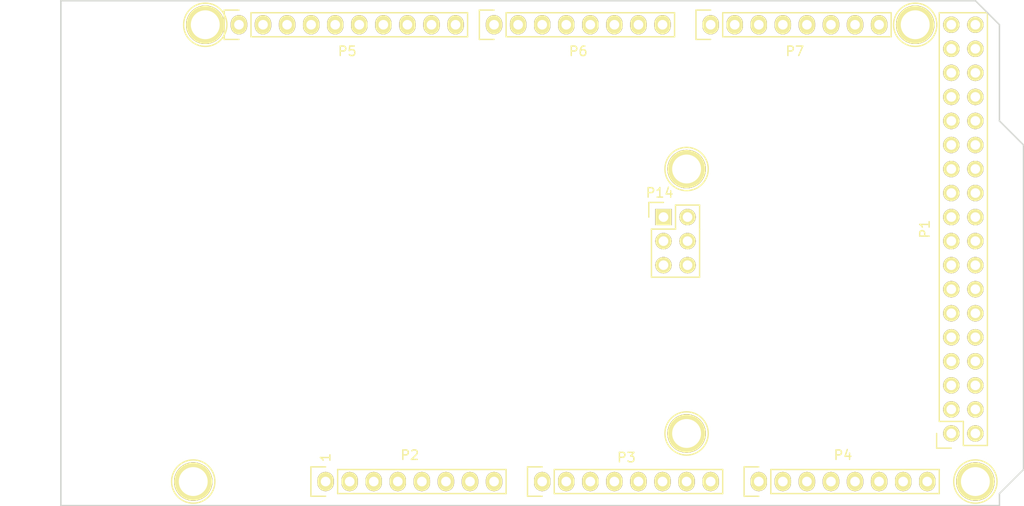
<source format=kicad_pcb>
(kicad_pcb (version 4) (host pcbnew 4.0.2-stable)

  (general
    (links 9)
    (no_connects 9)
    (area 103.302999 68.250999 205.053001 121.741001)
    (thickness 1.6)
    (drawings 27)
    (tracks 0)
    (zones 0)
    (modules 14)
    (nets 4)
  )

  (page A4)
  (title_block
    (date "mar. 31 mars 2015")
  )

  (layers
    (0 F.Cu signal)
    (31 B.Cu signal)
    (32 B.Adhes user)
    (33 F.Adhes user)
    (34 B.Paste user)
    (35 F.Paste user)
    (36 B.SilkS user)
    (37 F.SilkS user)
    (38 B.Mask user)
    (39 F.Mask user)
    (40 Dwgs.User user)
    (41 Cmts.User user)
    (42 Eco1.User user)
    (43 Eco2.User user)
    (44 Edge.Cuts user)
    (45 Margin user)
    (46 B.CrtYd user)
    (47 F.CrtYd user)
    (48 B.Fab user)
    (49 F.Fab user)
  )

  (setup
    (last_trace_width 0.25)
    (trace_clearance 0.2)
    (zone_clearance 0.508)
    (zone_45_only no)
    (trace_min 0.2)
    (segment_width 0.15)
    (edge_width 0.15)
    (via_size 0.6)
    (via_drill 0.4)
    (via_min_size 0.4)
    (via_min_drill 0.3)
    (uvia_size 0.3)
    (uvia_drill 0.1)
    (uvias_allowed no)
    (uvia_min_size 0.2)
    (uvia_min_drill 0.1)
    (pcb_text_width 0.3)
    (pcb_text_size 1.5 1.5)
    (mod_edge_width 0.15)
    (mod_text_size 1 1)
    (mod_text_width 0.15)
    (pad_size 4.064 4.064)
    (pad_drill 3.048)
    (pad_to_mask_clearance 0)
    (aux_axis_origin 103.378 121.666)
    (visible_elements 7FFEFFFF)
    (pcbplotparams
      (layerselection 0x00030_80000001)
      (usegerberextensions false)
      (excludeedgelayer true)
      (linewidth 0.100000)
      (plotframeref false)
      (viasonmask false)
      (mode 1)
      (useauxorigin false)
      (hpglpennumber 1)
      (hpglpenspeed 20)
      (hpglpendiameter 15)
      (hpglpenoverlay 2)
      (psnegative false)
      (psa4output false)
      (plotreference true)
      (plotvalue true)
      (plotinvisibletext false)
      (padsonsilk false)
      (subtractmaskfromsilk false)
      (outputformat 1)
      (mirror false)
      (drillshape 1)
      (scaleselection 1)
      (outputdirectory ""))
  )

  (net 0 "")
  (net 1 GND)
  (net 2 +5V)
  (net 3 /Reset)

  (net_class Default "This is the default net class."
    (clearance 0.2)
    (trace_width 0.25)
    (via_dia 0.6)
    (via_drill 0.4)
    (uvia_dia 0.3)
    (uvia_drill 0.1)
    (add_net +5V)
    (add_net /Reset)
    (add_net GND)
  )

  (module Socket_Arduino_Mega:Socket_Strip_Arduino_2x18 locked (layer F.Cu) (tedit 55216789) (tstamp 551AFCE5)
    (at 197.358 114.046 90)
    (descr "Through hole socket strip")
    (tags "socket strip")
    (path /5519A11D)
    (fp_text reference P1 (at 21.59 -2.794 90) (layer F.SilkS)
      (effects (font (size 1 1) (thickness 0.15)))
    )
    (fp_text value Digital (at 21.59 -4.572 90) (layer F.Fab)
      (effects (font (size 1 1) (thickness 0.15)))
    )
    (fp_line (start -1.75 -1.75) (end -1.75 4.3) (layer F.CrtYd) (width 0.05))
    (fp_line (start 44.95 -1.75) (end 44.95 4.3) (layer F.CrtYd) (width 0.05))
    (fp_line (start -1.75 -1.75) (end 44.95 -1.75) (layer F.CrtYd) (width 0.05))
    (fp_line (start -1.75 4.3) (end 44.95 4.3) (layer F.CrtYd) (width 0.05))
    (fp_line (start -1.27 3.81) (end 44.45 3.81) (layer F.SilkS) (width 0.15))
    (fp_line (start 44.45 -1.27) (end 1.27 -1.27) (layer F.SilkS) (width 0.15))
    (fp_line (start 44.45 3.81) (end 44.45 -1.27) (layer F.SilkS) (width 0.15))
    (fp_line (start -1.27 3.81) (end -1.27 1.27) (layer F.SilkS) (width 0.15))
    (fp_line (start 0 -1.55) (end -1.55 -1.55) (layer F.SilkS) (width 0.15))
    (fp_line (start -1.27 1.27) (end 1.27 1.27) (layer F.SilkS) (width 0.15))
    (fp_line (start 1.27 1.27) (end 1.27 -1.27) (layer F.SilkS) (width 0.15))
    (fp_line (start -1.55 -1.55) (end -1.55 0) (layer F.SilkS) (width 0.15))
    (pad 1 thru_hole circle (at 0 0 90) (size 1.7272 1.7272) (drill 1.016) (layers *.Cu *.Mask F.SilkS)
      (net 1 GND))
    (pad 2 thru_hole oval (at 0 2.54 90) (size 1.7272 1.7272) (drill 1.016) (layers *.Cu *.Mask F.SilkS)
      (net 1 GND))
    (pad 3 thru_hole oval (at 2.54 0 90) (size 1.7272 1.7272) (drill 1.016) (layers *.Cu *.Mask F.SilkS))
    (pad 4 thru_hole oval (at 2.54 2.54 90) (size 1.7272 1.7272) (drill 1.016) (layers *.Cu *.Mask F.SilkS))
    (pad 5 thru_hole oval (at 5.08 0 90) (size 1.7272 1.7272) (drill 1.016) (layers *.Cu *.Mask F.SilkS))
    (pad 6 thru_hole oval (at 5.08 2.54 90) (size 1.7272 1.7272) (drill 1.016) (layers *.Cu *.Mask F.SilkS))
    (pad 7 thru_hole oval (at 7.62 0 90) (size 1.7272 1.7272) (drill 1.016) (layers *.Cu *.Mask F.SilkS))
    (pad 8 thru_hole oval (at 7.62 2.54 90) (size 1.7272 1.7272) (drill 1.016) (layers *.Cu *.Mask F.SilkS))
    (pad 9 thru_hole oval (at 10.16 0 90) (size 1.7272 1.7272) (drill 1.016) (layers *.Cu *.Mask F.SilkS))
    (pad 10 thru_hole oval (at 10.16 2.54 90) (size 1.7272 1.7272) (drill 1.016) (layers *.Cu *.Mask F.SilkS))
    (pad 11 thru_hole oval (at 12.7 0 90) (size 1.7272 1.7272) (drill 1.016) (layers *.Cu *.Mask F.SilkS))
    (pad 12 thru_hole oval (at 12.7 2.54 90) (size 1.7272 1.7272) (drill 1.016) (layers *.Cu *.Mask F.SilkS))
    (pad 13 thru_hole oval (at 15.24 0 90) (size 1.7272 1.7272) (drill 1.016) (layers *.Cu *.Mask F.SilkS))
    (pad 14 thru_hole oval (at 15.24 2.54 90) (size 1.7272 1.7272) (drill 1.016) (layers *.Cu *.Mask F.SilkS))
    (pad 15 thru_hole oval (at 17.78 0 90) (size 1.7272 1.7272) (drill 1.016) (layers *.Cu *.Mask F.SilkS))
    (pad 16 thru_hole oval (at 17.78 2.54 90) (size 1.7272 1.7272) (drill 1.016) (layers *.Cu *.Mask F.SilkS))
    (pad 17 thru_hole oval (at 20.32 0 90) (size 1.7272 1.7272) (drill 1.016) (layers *.Cu *.Mask F.SilkS))
    (pad 18 thru_hole oval (at 20.32 2.54 90) (size 1.7272 1.7272) (drill 1.016) (layers *.Cu *.Mask F.SilkS))
    (pad 19 thru_hole oval (at 22.86 0 90) (size 1.7272 1.7272) (drill 1.016) (layers *.Cu *.Mask F.SilkS))
    (pad 20 thru_hole oval (at 22.86 2.54 90) (size 1.7272 1.7272) (drill 1.016) (layers *.Cu *.Mask F.SilkS))
    (pad 21 thru_hole oval (at 25.4 0 90) (size 1.7272 1.7272) (drill 1.016) (layers *.Cu *.Mask F.SilkS))
    (pad 22 thru_hole oval (at 25.4 2.54 90) (size 1.7272 1.7272) (drill 1.016) (layers *.Cu *.Mask F.SilkS))
    (pad 23 thru_hole oval (at 27.94 0 90) (size 1.7272 1.7272) (drill 1.016) (layers *.Cu *.Mask F.SilkS))
    (pad 24 thru_hole oval (at 27.94 2.54 90) (size 1.7272 1.7272) (drill 1.016) (layers *.Cu *.Mask F.SilkS))
    (pad 25 thru_hole oval (at 30.48 0 90) (size 1.7272 1.7272) (drill 1.016) (layers *.Cu *.Mask F.SilkS))
    (pad 26 thru_hole oval (at 30.48 2.54 90) (size 1.7272 1.7272) (drill 1.016) (layers *.Cu *.Mask F.SilkS))
    (pad 27 thru_hole oval (at 33.02 0 90) (size 1.7272 1.7272) (drill 1.016) (layers *.Cu *.Mask F.SilkS))
    (pad 28 thru_hole oval (at 33.02 2.54 90) (size 1.7272 1.7272) (drill 1.016) (layers *.Cu *.Mask F.SilkS))
    (pad 29 thru_hole oval (at 35.56 0 90) (size 1.7272 1.7272) (drill 1.016) (layers *.Cu *.Mask F.SilkS))
    (pad 30 thru_hole oval (at 35.56 2.54 90) (size 1.7272 1.7272) (drill 1.016) (layers *.Cu *.Mask F.SilkS))
    (pad 31 thru_hole oval (at 38.1 0 90) (size 1.7272 1.7272) (drill 1.016) (layers *.Cu *.Mask F.SilkS))
    (pad 32 thru_hole oval (at 38.1 2.54 90) (size 1.7272 1.7272) (drill 1.016) (layers *.Cu *.Mask F.SilkS))
    (pad 33 thru_hole oval (at 40.64 0 90) (size 1.7272 1.7272) (drill 1.016) (layers *.Cu *.Mask F.SilkS))
    (pad 34 thru_hole oval (at 40.64 2.54 90) (size 1.7272 1.7272) (drill 1.016) (layers *.Cu *.Mask F.SilkS))
    (pad 35 thru_hole oval (at 43.18 0 90) (size 1.7272 1.7272) (drill 1.016) (layers *.Cu *.Mask F.SilkS)
      (net 2 +5V))
    (pad 36 thru_hole oval (at 43.18 2.54 90) (size 1.7272 1.7272) (drill 1.016) (layers *.Cu *.Mask F.SilkS)
      (net 2 +5V))
    (model ${KIPRJMOD}/Socket_Arduino_Mega.3dshapes/Socket_header_Arduino_2x18.wrl
      (at (xyz 0.85 -0.05 0))
      (scale (xyz 1 1 1))
      (rotate (xyz 0 0 180))
    )
  )

  (module Socket_Arduino_Mega:Socket_Strip_Arduino_1x08 locked (layer F.Cu) (tedit 55216755) (tstamp 551AFCFC)
    (at 131.318 119.126)
    (descr "Through hole socket strip")
    (tags "socket strip")
    (path /5519888A)
    (fp_text reference P2 (at 8.89 -2.794) (layer F.SilkS)
      (effects (font (size 1 1) (thickness 0.15)))
    )
    (fp_text value Power (at 8.89 -4.318) (layer F.Fab)
      (effects (font (size 1 1) (thickness 0.15)))
    )
    (fp_line (start -1.75 -1.75) (end -1.75 1.75) (layer F.CrtYd) (width 0.05))
    (fp_line (start 19.55 -1.75) (end 19.55 1.75) (layer F.CrtYd) (width 0.05))
    (fp_line (start -1.75 -1.75) (end 19.55 -1.75) (layer F.CrtYd) (width 0.05))
    (fp_line (start -1.75 1.75) (end 19.55 1.75) (layer F.CrtYd) (width 0.05))
    (fp_line (start 1.27 1.27) (end 19.05 1.27) (layer F.SilkS) (width 0.15))
    (fp_line (start 19.05 1.27) (end 19.05 -1.27) (layer F.SilkS) (width 0.15))
    (fp_line (start 19.05 -1.27) (end 1.27 -1.27) (layer F.SilkS) (width 0.15))
    (fp_line (start -1.55 1.55) (end 0 1.55) (layer F.SilkS) (width 0.15))
    (fp_line (start 1.27 1.27) (end 1.27 -1.27) (layer F.SilkS) (width 0.15))
    (fp_line (start 0 -1.55) (end -1.55 -1.55) (layer F.SilkS) (width 0.15))
    (fp_line (start -1.55 -1.55) (end -1.55 1.55) (layer F.SilkS) (width 0.15))
    (pad 1 thru_hole oval (at 0 0) (size 1.7272 2.032) (drill 1.016) (layers *.Cu *.Mask F.SilkS))
    (pad 2 thru_hole oval (at 2.54 0) (size 1.7272 2.032) (drill 1.016) (layers *.Cu *.Mask F.SilkS))
    (pad 3 thru_hole oval (at 5.08 0) (size 1.7272 2.032) (drill 1.016) (layers *.Cu *.Mask F.SilkS)
      (net 3 /Reset))
    (pad 4 thru_hole oval (at 7.62 0) (size 1.7272 2.032) (drill 1.016) (layers *.Cu *.Mask F.SilkS))
    (pad 5 thru_hole oval (at 10.16 0) (size 1.7272 2.032) (drill 1.016) (layers *.Cu *.Mask F.SilkS)
      (net 2 +5V))
    (pad 6 thru_hole oval (at 12.7 0) (size 1.7272 2.032) (drill 1.016) (layers *.Cu *.Mask F.SilkS)
      (net 1 GND))
    (pad 7 thru_hole oval (at 15.24 0) (size 1.7272 2.032) (drill 1.016) (layers *.Cu *.Mask F.SilkS)
      (net 1 GND))
    (pad 8 thru_hole oval (at 17.78 0) (size 1.7272 2.032) (drill 1.016) (layers *.Cu *.Mask F.SilkS))
    (model ${KIPRJMOD}/Socket_Arduino_Mega.3dshapes/Socket_header_Arduino_1x08.wrl
      (at (xyz 0.35 0 0))
      (scale (xyz 1 1 1))
      (rotate (xyz 0 0 180))
    )
  )

  (module Socket_Arduino_Mega:Socket_Strip_Arduino_1x08 locked (layer F.Cu) (tedit 5521677D) (tstamp 551AFD13)
    (at 154.178 119.126)
    (descr "Through hole socket strip")
    (tags "socket strip")
    (path /5519891B)
    (fp_text reference P3 (at 8.89 -2.54) (layer F.SilkS)
      (effects (font (size 1 1) (thickness 0.15)))
    )
    (fp_text value Analog (at 8.89 -4.318) (layer F.Fab)
      (effects (font (size 1 1) (thickness 0.15)))
    )
    (fp_line (start -1.75 -1.75) (end -1.75 1.75) (layer F.CrtYd) (width 0.05))
    (fp_line (start 19.55 -1.75) (end 19.55 1.75) (layer F.CrtYd) (width 0.05))
    (fp_line (start -1.75 -1.75) (end 19.55 -1.75) (layer F.CrtYd) (width 0.05))
    (fp_line (start -1.75 1.75) (end 19.55 1.75) (layer F.CrtYd) (width 0.05))
    (fp_line (start 1.27 1.27) (end 19.05 1.27) (layer F.SilkS) (width 0.15))
    (fp_line (start 19.05 1.27) (end 19.05 -1.27) (layer F.SilkS) (width 0.15))
    (fp_line (start 19.05 -1.27) (end 1.27 -1.27) (layer F.SilkS) (width 0.15))
    (fp_line (start -1.55 1.55) (end 0 1.55) (layer F.SilkS) (width 0.15))
    (fp_line (start 1.27 1.27) (end 1.27 -1.27) (layer F.SilkS) (width 0.15))
    (fp_line (start 0 -1.55) (end -1.55 -1.55) (layer F.SilkS) (width 0.15))
    (fp_line (start -1.55 -1.55) (end -1.55 1.55) (layer F.SilkS) (width 0.15))
    (pad 1 thru_hole oval (at 0 0) (size 1.7272 2.032) (drill 1.016) (layers *.Cu *.Mask F.SilkS))
    (pad 2 thru_hole oval (at 2.54 0) (size 1.7272 2.032) (drill 1.016) (layers *.Cu *.Mask F.SilkS))
    (pad 3 thru_hole oval (at 5.08 0) (size 1.7272 2.032) (drill 1.016) (layers *.Cu *.Mask F.SilkS))
    (pad 4 thru_hole oval (at 7.62 0) (size 1.7272 2.032) (drill 1.016) (layers *.Cu *.Mask F.SilkS))
    (pad 5 thru_hole oval (at 10.16 0) (size 1.7272 2.032) (drill 1.016) (layers *.Cu *.Mask F.SilkS))
    (pad 6 thru_hole oval (at 12.7 0) (size 1.7272 2.032) (drill 1.016) (layers *.Cu *.Mask F.SilkS))
    (pad 7 thru_hole oval (at 15.24 0) (size 1.7272 2.032) (drill 1.016) (layers *.Cu *.Mask F.SilkS))
    (pad 8 thru_hole oval (at 17.78 0) (size 1.7272 2.032) (drill 1.016) (layers *.Cu *.Mask F.SilkS))
    (model ${KIPRJMOD}/Socket_Arduino_Mega.3dshapes/Socket_header_Arduino_1x08.wrl
      (at (xyz 0.35 0 0))
      (scale (xyz 1 1 1))
      (rotate (xyz 0 0 180))
    )
  )

  (module Socket_Arduino_Mega:Socket_Strip_Arduino_1x08 locked (layer F.Cu) (tedit 55216772) (tstamp 551AFD2A)
    (at 177.038 119.126)
    (descr "Through hole socket strip")
    (tags "socket strip")
    (path /551989CF)
    (fp_text reference P4 (at 8.89 -2.794) (layer F.SilkS)
      (effects (font (size 1 1) (thickness 0.15)))
    )
    (fp_text value Analog (at 8.89 -4.318) (layer F.Fab)
      (effects (font (size 1 1) (thickness 0.15)))
    )
    (fp_line (start -1.75 -1.75) (end -1.75 1.75) (layer F.CrtYd) (width 0.05))
    (fp_line (start 19.55 -1.75) (end 19.55 1.75) (layer F.CrtYd) (width 0.05))
    (fp_line (start -1.75 -1.75) (end 19.55 -1.75) (layer F.CrtYd) (width 0.05))
    (fp_line (start -1.75 1.75) (end 19.55 1.75) (layer F.CrtYd) (width 0.05))
    (fp_line (start 1.27 1.27) (end 19.05 1.27) (layer F.SilkS) (width 0.15))
    (fp_line (start 19.05 1.27) (end 19.05 -1.27) (layer F.SilkS) (width 0.15))
    (fp_line (start 19.05 -1.27) (end 1.27 -1.27) (layer F.SilkS) (width 0.15))
    (fp_line (start -1.55 1.55) (end 0 1.55) (layer F.SilkS) (width 0.15))
    (fp_line (start 1.27 1.27) (end 1.27 -1.27) (layer F.SilkS) (width 0.15))
    (fp_line (start 0 -1.55) (end -1.55 -1.55) (layer F.SilkS) (width 0.15))
    (fp_line (start -1.55 -1.55) (end -1.55 1.55) (layer F.SilkS) (width 0.15))
    (pad 1 thru_hole oval (at 0 0) (size 1.7272 2.032) (drill 1.016) (layers *.Cu *.Mask F.SilkS))
    (pad 2 thru_hole oval (at 2.54 0) (size 1.7272 2.032) (drill 1.016) (layers *.Cu *.Mask F.SilkS))
    (pad 3 thru_hole oval (at 5.08 0) (size 1.7272 2.032) (drill 1.016) (layers *.Cu *.Mask F.SilkS))
    (pad 4 thru_hole oval (at 7.62 0) (size 1.7272 2.032) (drill 1.016) (layers *.Cu *.Mask F.SilkS))
    (pad 5 thru_hole oval (at 10.16 0) (size 1.7272 2.032) (drill 1.016) (layers *.Cu *.Mask F.SilkS))
    (pad 6 thru_hole oval (at 12.7 0) (size 1.7272 2.032) (drill 1.016) (layers *.Cu *.Mask F.SilkS))
    (pad 7 thru_hole oval (at 15.24 0) (size 1.7272 2.032) (drill 1.016) (layers *.Cu *.Mask F.SilkS))
    (pad 8 thru_hole oval (at 17.78 0) (size 1.7272 2.032) (drill 1.016) (layers *.Cu *.Mask F.SilkS))
    (model ${KIPRJMOD}/Socket_Arduino_Mega.3dshapes/Socket_header_Arduino_1x08.wrl
      (at (xyz 0.35 0 0))
      (scale (xyz 1 1 1))
      (rotate (xyz 0 0 180))
    )
  )

  (module Socket_Arduino_Mega:Socket_Strip_Arduino_1x10 locked (layer F.Cu) (tedit 551AFC9C) (tstamp 551AFD43)
    (at 122.174 70.866)
    (descr "Through hole socket strip")
    (tags "socket strip")
    (path /55198BE2)
    (fp_text reference P5 (at 11.43 2.794) (layer F.SilkS)
      (effects (font (size 1 1) (thickness 0.15)))
    )
    (fp_text value PWM (at 11.43 4.318) (layer F.Fab)
      (effects (font (size 1 1) (thickness 0.15)))
    )
    (fp_line (start -1.75 -1.75) (end -1.75 1.75) (layer F.CrtYd) (width 0.05))
    (fp_line (start 24.65 -1.75) (end 24.65 1.75) (layer F.CrtYd) (width 0.05))
    (fp_line (start -1.75 -1.75) (end 24.65 -1.75) (layer F.CrtYd) (width 0.05))
    (fp_line (start -1.75 1.75) (end 24.65 1.75) (layer F.CrtYd) (width 0.05))
    (fp_line (start 1.27 1.27) (end 24.13 1.27) (layer F.SilkS) (width 0.15))
    (fp_line (start 24.13 1.27) (end 24.13 -1.27) (layer F.SilkS) (width 0.15))
    (fp_line (start 24.13 -1.27) (end 1.27 -1.27) (layer F.SilkS) (width 0.15))
    (fp_line (start -1.55 1.55) (end 0 1.55) (layer F.SilkS) (width 0.15))
    (fp_line (start 1.27 1.27) (end 1.27 -1.27) (layer F.SilkS) (width 0.15))
    (fp_line (start 0 -1.55) (end -1.55 -1.55) (layer F.SilkS) (width 0.15))
    (fp_line (start -1.55 -1.55) (end -1.55 1.55) (layer F.SilkS) (width 0.15))
    (pad 1 thru_hole oval (at 0 0) (size 1.7272 2.032) (drill 1.016) (layers *.Cu *.Mask F.SilkS))
    (pad 2 thru_hole oval (at 2.54 0) (size 1.7272 2.032) (drill 1.016) (layers *.Cu *.Mask F.SilkS))
    (pad 3 thru_hole oval (at 5.08 0) (size 1.7272 2.032) (drill 1.016) (layers *.Cu *.Mask F.SilkS))
    (pad 4 thru_hole oval (at 7.62 0) (size 1.7272 2.032) (drill 1.016) (layers *.Cu *.Mask F.SilkS)
      (net 1 GND))
    (pad 5 thru_hole oval (at 10.16 0) (size 1.7272 2.032) (drill 1.016) (layers *.Cu *.Mask F.SilkS))
    (pad 6 thru_hole oval (at 12.7 0) (size 1.7272 2.032) (drill 1.016) (layers *.Cu *.Mask F.SilkS))
    (pad 7 thru_hole oval (at 15.24 0) (size 1.7272 2.032) (drill 1.016) (layers *.Cu *.Mask F.SilkS))
    (pad 8 thru_hole oval (at 17.78 0) (size 1.7272 2.032) (drill 1.016) (layers *.Cu *.Mask F.SilkS))
    (pad 9 thru_hole oval (at 20.32 0) (size 1.7272 2.032) (drill 1.016) (layers *.Cu *.Mask F.SilkS))
    (pad 10 thru_hole oval (at 22.86 0) (size 1.7272 2.032) (drill 1.016) (layers *.Cu *.Mask F.SilkS))
    (model ${KIPRJMOD}/Socket_Arduino_Mega.3dshapes/Socket_header_Arduino_1x10.wrl
      (at (xyz 0.45 0 0))
      (scale (xyz 1 1 1))
      (rotate (xyz 0 0 180))
    )
  )

  (module Socket_Arduino_Mega:Socket_Strip_Arduino_1x08 locked (layer F.Cu) (tedit 551AFC7F) (tstamp 551AFD5A)
    (at 149.098 70.866)
    (descr "Through hole socket strip")
    (tags "socket strip")
    (path /55198A32)
    (fp_text reference P6 (at 8.89 2.794) (layer F.SilkS)
      (effects (font (size 1 1) (thickness 0.15)))
    )
    (fp_text value PWM (at 8.89 4.318) (layer F.Fab)
      (effects (font (size 1 1) (thickness 0.15)))
    )
    (fp_line (start -1.75 -1.75) (end -1.75 1.75) (layer F.CrtYd) (width 0.05))
    (fp_line (start 19.55 -1.75) (end 19.55 1.75) (layer F.CrtYd) (width 0.05))
    (fp_line (start -1.75 -1.75) (end 19.55 -1.75) (layer F.CrtYd) (width 0.05))
    (fp_line (start -1.75 1.75) (end 19.55 1.75) (layer F.CrtYd) (width 0.05))
    (fp_line (start 1.27 1.27) (end 19.05 1.27) (layer F.SilkS) (width 0.15))
    (fp_line (start 19.05 1.27) (end 19.05 -1.27) (layer F.SilkS) (width 0.15))
    (fp_line (start 19.05 -1.27) (end 1.27 -1.27) (layer F.SilkS) (width 0.15))
    (fp_line (start -1.55 1.55) (end 0 1.55) (layer F.SilkS) (width 0.15))
    (fp_line (start 1.27 1.27) (end 1.27 -1.27) (layer F.SilkS) (width 0.15))
    (fp_line (start 0 -1.55) (end -1.55 -1.55) (layer F.SilkS) (width 0.15))
    (fp_line (start -1.55 -1.55) (end -1.55 1.55) (layer F.SilkS) (width 0.15))
    (pad 1 thru_hole oval (at 0 0) (size 1.7272 2.032) (drill 1.016) (layers *.Cu *.Mask F.SilkS))
    (pad 2 thru_hole oval (at 2.54 0) (size 1.7272 2.032) (drill 1.016) (layers *.Cu *.Mask F.SilkS))
    (pad 3 thru_hole oval (at 5.08 0) (size 1.7272 2.032) (drill 1.016) (layers *.Cu *.Mask F.SilkS))
    (pad 4 thru_hole oval (at 7.62 0) (size 1.7272 2.032) (drill 1.016) (layers *.Cu *.Mask F.SilkS))
    (pad 5 thru_hole oval (at 10.16 0) (size 1.7272 2.032) (drill 1.016) (layers *.Cu *.Mask F.SilkS))
    (pad 6 thru_hole oval (at 12.7 0) (size 1.7272 2.032) (drill 1.016) (layers *.Cu *.Mask F.SilkS))
    (pad 7 thru_hole oval (at 15.24 0) (size 1.7272 2.032) (drill 1.016) (layers *.Cu *.Mask F.SilkS))
    (pad 8 thru_hole oval (at 17.78 0) (size 1.7272 2.032) (drill 1.016) (layers *.Cu *.Mask F.SilkS))
    (model ${KIPRJMOD}/Socket_Arduino_Mega.3dshapes/Socket_header_Arduino_1x08.wrl
      (at (xyz 0.35 0 0))
      (scale (xyz 1 1 1))
      (rotate (xyz 0 0 180))
    )
  )

  (module Socket_Arduino_Mega:Socket_Strip_Arduino_1x08 locked (layer F.Cu) (tedit 551AFC73) (tstamp 551AFD71)
    (at 171.958 70.866)
    (descr "Through hole socket strip")
    (tags "socket strip")
    (path /55198B76)
    (fp_text reference P7 (at 8.89 2.794) (layer F.SilkS)
      (effects (font (size 1 1) (thickness 0.15)))
    )
    (fp_text value Communication (at 8.89 4.064) (layer F.Fab)
      (effects (font (size 1 1) (thickness 0.15)))
    )
    (fp_line (start -1.75 -1.75) (end -1.75 1.75) (layer F.CrtYd) (width 0.05))
    (fp_line (start 19.55 -1.75) (end 19.55 1.75) (layer F.CrtYd) (width 0.05))
    (fp_line (start -1.75 -1.75) (end 19.55 -1.75) (layer F.CrtYd) (width 0.05))
    (fp_line (start -1.75 1.75) (end 19.55 1.75) (layer F.CrtYd) (width 0.05))
    (fp_line (start 1.27 1.27) (end 19.05 1.27) (layer F.SilkS) (width 0.15))
    (fp_line (start 19.05 1.27) (end 19.05 -1.27) (layer F.SilkS) (width 0.15))
    (fp_line (start 19.05 -1.27) (end 1.27 -1.27) (layer F.SilkS) (width 0.15))
    (fp_line (start -1.55 1.55) (end 0 1.55) (layer F.SilkS) (width 0.15))
    (fp_line (start 1.27 1.27) (end 1.27 -1.27) (layer F.SilkS) (width 0.15))
    (fp_line (start 0 -1.55) (end -1.55 -1.55) (layer F.SilkS) (width 0.15))
    (fp_line (start -1.55 -1.55) (end -1.55 1.55) (layer F.SilkS) (width 0.15))
    (pad 1 thru_hole oval (at 0 0) (size 1.7272 2.032) (drill 1.016) (layers *.Cu *.Mask F.SilkS))
    (pad 2 thru_hole oval (at 2.54 0) (size 1.7272 2.032) (drill 1.016) (layers *.Cu *.Mask F.SilkS))
    (pad 3 thru_hole oval (at 5.08 0) (size 1.7272 2.032) (drill 1.016) (layers *.Cu *.Mask F.SilkS))
    (pad 4 thru_hole oval (at 7.62 0) (size 1.7272 2.032) (drill 1.016) (layers *.Cu *.Mask F.SilkS))
    (pad 5 thru_hole oval (at 10.16 0) (size 1.7272 2.032) (drill 1.016) (layers *.Cu *.Mask F.SilkS))
    (pad 6 thru_hole oval (at 12.7 0) (size 1.7272 2.032) (drill 1.016) (layers *.Cu *.Mask F.SilkS))
    (pad 7 thru_hole oval (at 15.24 0) (size 1.7272 2.032) (drill 1.016) (layers *.Cu *.Mask F.SilkS))
    (pad 8 thru_hole oval (at 17.78 0) (size 1.7272 2.032) (drill 1.016) (layers *.Cu *.Mask F.SilkS))
    (model ${KIPRJMOD}/Socket_Arduino_Mega.3dshapes/Socket_header_Arduino_1x08.wrl
      (at (xyz 0.35 0 0))
      (scale (xyz 1 1 1))
      (rotate (xyz 0 0 180))
    )
  )

  (module Socket_Arduino_Mega:Arduino_1pin locked (layer F.Cu) (tedit 5524FDA7) (tstamp 5524FE07)
    (at 117.348 119.126)
    (descr "module 1 pin (ou trou mecanique de percage)")
    (tags DEV)
    (path /551BBA20)
    (fp_text reference P8 (at 0 -3.048) (layer F.SilkS) hide
      (effects (font (size 1 1) (thickness 0.15)))
    )
    (fp_text value CONN_1 (at 0 2.794) (layer F.Fab) hide
      (effects (font (size 1 1) (thickness 0.15)))
    )
    (fp_circle (center 0 0) (end 0 -2.286) (layer F.SilkS) (width 0.15))
    (pad 1 thru_hole circle (at 0 0) (size 4.064 4.064) (drill 3.048) (layers *.Cu *.Mask F.SilkS))
  )

  (module Socket_Arduino_Mega:Arduino_1pin locked (layer F.Cu) (tedit 5524FDB2) (tstamp 5524FE0C)
    (at 169.418 114.046)
    (descr "module 1 pin (ou trou mecanique de percage)")
    (tags DEV)
    (path /551BBB85)
    (fp_text reference P9 (at 0 -3.048) (layer F.SilkS) hide
      (effects (font (size 1 1) (thickness 0.15)))
    )
    (fp_text value CONN_1 (at 0 2.794) (layer F.Fab) hide
      (effects (font (size 1 1) (thickness 0.15)))
    )
    (fp_circle (center 0 0) (end 0 -2.286) (layer F.SilkS) (width 0.15))
    (pad 1 thru_hole circle (at 0 0) (size 4.064 4.064) (drill 3.048) (layers *.Cu *.Mask F.SilkS))
  )

  (module Socket_Arduino_Mega:Arduino_1pin locked (layer F.Cu) (tedit 5524FDBB) (tstamp 5524FE11)
    (at 199.898 119.126)
    (descr "module 1 pin (ou trou mecanique de percage)")
    (tags DEV)
    (path /551BBBAB)
    (fp_text reference P10 (at 0 -3.048) (layer F.SilkS) hide
      (effects (font (size 1 1) (thickness 0.15)))
    )
    (fp_text value CONN_1 (at 0 2.794) (layer F.Fab) hide
      (effects (font (size 1 1) (thickness 0.15)))
    )
    (fp_circle (center 0 0) (end 0 -2.286) (layer F.SilkS) (width 0.15))
    (pad 1 thru_hole circle (at 0 0) (size 4.064 4.064) (drill 3.048) (layers *.Cu *.Mask F.SilkS))
  )

  (module Socket_Arduino_Mega:Arduino_1pin locked (layer F.Cu) (tedit 5524FDD2) (tstamp 5524FE16)
    (at 118.618 70.866)
    (descr "module 1 pin (ou trou mecanique de percage)")
    (tags DEV)
    (path /551BBBD7)
    (fp_text reference P11 (at 0 -3.048) (layer F.SilkS) hide
      (effects (font (size 1 1) (thickness 0.15)))
    )
    (fp_text value CONN_1 (at 0 2.794) (layer F.Fab) hide
      (effects (font (size 1 1) (thickness 0.15)))
    )
    (fp_circle (center 0 0) (end 0 -2.286) (layer F.SilkS) (width 0.15))
    (pad 1 thru_hole circle (at 0 0) (size 4.064 4.064) (drill 3.048) (layers *.Cu *.Mask F.SilkS))
  )

  (module Socket_Arduino_Mega:Arduino_1pin locked (layer F.Cu) (tedit 5524FDCA) (tstamp 5524FE1B)
    (at 169.418 86.106)
    (descr "module 1 pin (ou trou mecanique de percage)")
    (tags DEV)
    (path /551BBC10)
    (fp_text reference P12 (at 0 -3.048) (layer F.SilkS) hide
      (effects (font (size 1 1) (thickness 0.15)))
    )
    (fp_text value CONN_1 (at 0 2.794) (layer F.Fab) hide
      (effects (font (size 1 1) (thickness 0.15)))
    )
    (fp_circle (center 0 0) (end 0 -2.286) (layer F.SilkS) (width 0.15))
    (pad 1 thru_hole circle (at 0 0) (size 4.064 4.064) (drill 3.048) (layers *.Cu *.Mask F.SilkS))
  )

  (module Socket_Arduino_Mega:Arduino_1pin locked (layer F.Cu) (tedit 5524FDC4) (tstamp 5524FE20)
    (at 193.548 70.866)
    (descr "module 1 pin (ou trou mecanique de percage)")
    (tags DEV)
    (path /551BBC3C)
    (fp_text reference P13 (at 0 -3.048) (layer F.SilkS) hide
      (effects (font (size 1 1) (thickness 0.15)))
    )
    (fp_text value CONN_1 (at 0 2.794) (layer F.Fab) hide
      (effects (font (size 1 1) (thickness 0.15)))
    )
    (fp_circle (center 0 0) (end 0 -2.286) (layer F.SilkS) (width 0.15))
    (pad 1 thru_hole circle (at 0 0) (size 4.064 4.064) (drill 3.048) (layers *.Cu *.Mask F.SilkS))
  )

  (module Pin_Headers:Pin_Header_Straight_2x03 locked (layer F.Cu) (tedit 54EA0A4B) (tstamp 56F8ACC1)
    (at 166.9796 91.186)
    (descr "Through hole pin header")
    (tags "pin header")
    (path /56F8AE8E)
    (fp_text reference P14 (at -0.4064 -2.5654) (layer F.SilkS)
      (effects (font (size 1 1) (thickness 0.15)))
    )
    (fp_text value ICSP (at 0 -3.1) (layer F.Fab)
      (effects (font (size 1 1) (thickness 0.15)))
    )
    (fp_line (start -1.27 1.27) (end -1.27 6.35) (layer F.SilkS) (width 0.15))
    (fp_line (start -1.55 -1.55) (end 0 -1.55) (layer F.SilkS) (width 0.15))
    (fp_line (start -1.75 -1.75) (end -1.75 6.85) (layer F.CrtYd) (width 0.05))
    (fp_line (start 4.3 -1.75) (end 4.3 6.85) (layer F.CrtYd) (width 0.05))
    (fp_line (start -1.75 -1.75) (end 4.3 -1.75) (layer F.CrtYd) (width 0.05))
    (fp_line (start -1.75 6.85) (end 4.3 6.85) (layer F.CrtYd) (width 0.05))
    (fp_line (start 1.27 -1.27) (end 1.27 1.27) (layer F.SilkS) (width 0.15))
    (fp_line (start 1.27 1.27) (end -1.27 1.27) (layer F.SilkS) (width 0.15))
    (fp_line (start -1.27 6.35) (end 3.81 6.35) (layer F.SilkS) (width 0.15))
    (fp_line (start 3.81 6.35) (end 3.81 1.27) (layer F.SilkS) (width 0.15))
    (fp_line (start -1.55 -1.55) (end -1.55 0) (layer F.SilkS) (width 0.15))
    (fp_line (start 3.81 -1.27) (end 1.27 -1.27) (layer F.SilkS) (width 0.15))
    (fp_line (start 3.81 1.27) (end 3.81 -1.27) (layer F.SilkS) (width 0.15))
    (pad 1 thru_hole rect (at 0 0) (size 1.7272 1.7272) (drill 1.016) (layers *.Cu *.Mask F.SilkS))
    (pad 2 thru_hole oval (at 2.54 0) (size 1.7272 1.7272) (drill 1.016) (layers *.Cu *.Mask F.SilkS)
      (net 2 +5V))
    (pad 3 thru_hole oval (at 0 2.54) (size 1.7272 1.7272) (drill 1.016) (layers *.Cu *.Mask F.SilkS))
    (pad 4 thru_hole oval (at 2.54 2.54) (size 1.7272 1.7272) (drill 1.016) (layers *.Cu *.Mask F.SilkS))
    (pad 5 thru_hole oval (at 0 5.08) (size 1.7272 1.7272) (drill 1.016) (layers *.Cu *.Mask F.SilkS)
      (net 3 /Reset))
    (pad 6 thru_hole oval (at 2.54 5.08) (size 1.7272 1.7272) (drill 1.016) (layers *.Cu *.Mask F.SilkS)
      (net 1 GND))
    (model Pin_Headers.3dshapes/Pin_Header_Straight_2x03.wrl
      (at (xyz 0.05 -0.1 0))
      (scale (xyz 1 1 1))
      (rotate (xyz 0 0 90))
    )
  )

  (gr_text 1 (at 131.318 116.586 90) (layer F.SilkS)
    (effects (font (size 1 1) (thickness 0.15)))
  )
  (gr_line (start 175.6156 96.774) (end 175.6156 90.7288) (angle 90) (layer Dwgs.User) (width 0.15))
  (gr_line (start 179.4764 96.774) (end 179.4764 90.7288) (angle 90) (layer Dwgs.User) (width 0.15))
  (gr_line (start 175.6156 96.774) (end 179.4764 96.774) (angle 90) (layer Dwgs.User) (width 0.15))
  (gr_circle (center 177.546 93.726) (end 178.816 93.726) (layer Dwgs.User) (width 0.15))
  (gr_line (start 175.6156 90.7288) (end 179.4764 90.7288) (angle 90) (layer Dwgs.User) (width 0.15))
  (gr_line (start 165.735 97.536) (end 165.735 89.916) (angle 90) (layer Dwgs.User) (width 0.15))
  (gr_line (start 170.815 97.536) (end 165.735 97.536) (angle 90) (layer Dwgs.User) (width 0.15))
  (gr_line (start 170.815 89.916) (end 170.815 97.536) (angle 90) (layer Dwgs.User) (width 0.15))
  (gr_line (start 165.735 89.916) (end 170.815 89.916) (angle 90) (layer Dwgs.User) (width 0.15))
  (gr_line (start 97.028 89.281) (end 97.028 77.851) (angle 90) (layer Dwgs.User) (width 0.15))
  (gr_line (start 112.903 89.281) (end 97.028 89.281) (angle 90) (layer Dwgs.User) (width 0.15))
  (gr_line (start 112.903 77.851) (end 112.903 89.281) (angle 90) (layer Dwgs.User) (width 0.15))
  (gr_line (start 97.028 77.851) (end 112.903 77.851) (angle 90) (layer Dwgs.User) (width 0.15))
  (gr_line (start 101.473 118.491) (end 101.473 109.601) (angle 90) (layer Dwgs.User) (width 0.15))
  (gr_line (start 114.808 118.491) (end 101.473 118.491) (angle 90) (layer Dwgs.User) (width 0.15))
  (gr_line (start 114.808 109.601) (end 114.808 118.491) (angle 90) (layer Dwgs.User) (width 0.15))
  (gr_line (start 101.473 109.601) (end 114.808 109.601) (angle 90) (layer Dwgs.User) (width 0.15))
  (gr_line (start 202.438 121.666) (end 103.378 121.666) (angle 90) (layer Edge.Cuts) (width 0.15))
  (gr_line (start 202.438 120.396) (end 202.438 121.666) (angle 90) (layer Edge.Cuts) (width 0.15))
  (gr_line (start 204.978 117.856) (end 202.438 120.396) (angle 90) (layer Edge.Cuts) (width 0.15))
  (gr_line (start 204.978 83.566) (end 204.978 117.856) (angle 90) (layer Edge.Cuts) (width 0.15))
  (gr_line (start 202.438 81.026) (end 204.978 83.566) (angle 90) (layer Edge.Cuts) (width 0.15))
  (gr_line (start 202.438 70.866) (end 202.438 81.026) (angle 90) (layer Edge.Cuts) (width 0.15))
  (gr_line (start 199.898 68.326) (end 202.438 70.866) (angle 90) (layer Edge.Cuts) (width 0.15))
  (gr_line (start 103.378 68.326) (end 199.898 68.326) (angle 90) (layer Edge.Cuts) (width 0.15))
  (gr_line (start 103.378 121.666) (end 103.378 68.326) (angle 90) (layer Edge.Cuts) (width 0.15))

)

</source>
